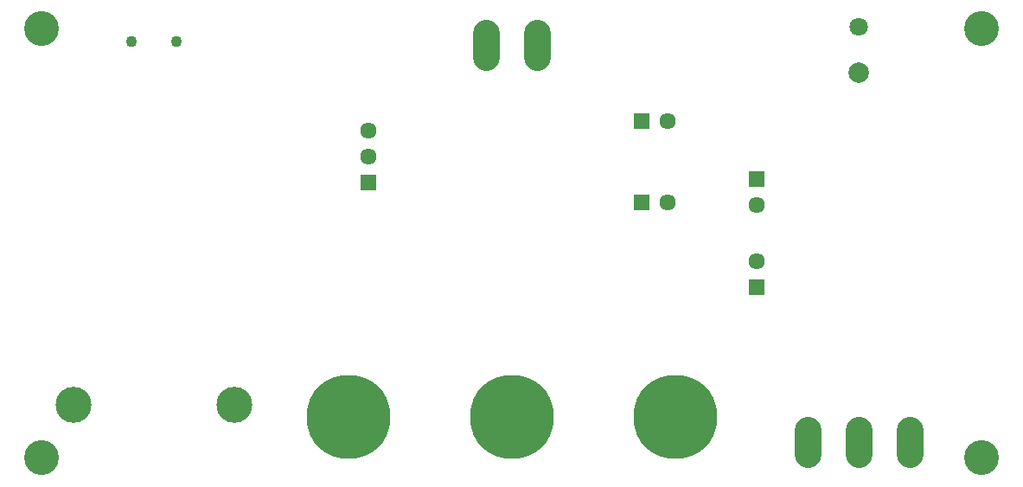
<source format=gbs>
G75*
G70*
%OFA0B0*%
%FSLAX24Y24*%
%IPPOS*%
%LPD*%
%AMOC8*
5,1,8,0,0,1.08239X$1,22.5*
%
%ADD10C,0.0789*%
%ADD11C,0.0710*%
%ADD12C,0.0434*%
%ADD13C,0.1017*%
%ADD14C,0.3230*%
%ADD15C,0.1386*%
%ADD16C,0.1340*%
%ADD17R,0.0635X0.0635*%
%ADD18C,0.0635*%
D10*
X038100Y021638D03*
D11*
X038100Y023410D03*
D12*
X011801Y022829D03*
X010069Y022829D03*
D13*
X023730Y023179D02*
X023730Y022242D01*
X025699Y022242D02*
X025699Y023179D01*
X036132Y007864D02*
X036132Y006927D01*
X038100Y006927D02*
X038100Y007864D01*
X040069Y007864D02*
X040069Y006927D01*
D14*
X031014Y008360D03*
X024714Y008360D03*
X018415Y008360D03*
D15*
X014025Y008852D03*
X007844Y008852D03*
D16*
X006604Y006786D03*
X006604Y023321D03*
X042825Y023321D03*
X042825Y006786D03*
D17*
X034163Y013372D03*
X029726Y016628D03*
X034163Y017522D03*
X029726Y019778D03*
X019203Y017415D03*
D18*
X019203Y018415D03*
X019203Y019415D03*
X030726Y019778D03*
X030726Y016628D03*
X034163Y016522D03*
X034163Y014372D03*
M02*

</source>
